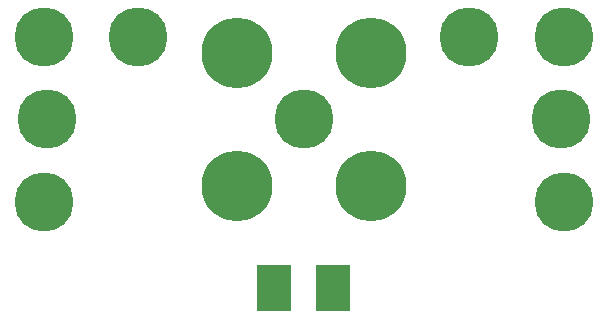
<source format=gts>
G04 #@! TF.GenerationSoftware,KiCad,Pcbnew,5.1.9+dfsg1-1*
G04 #@! TF.CreationDate,2023-03-08T14:36:01+09:00*
G04 #@! TF.ProjectId,top,746f702e-6b69-4636-9164-5f7063625858,rev?*
G04 #@! TF.SameCoordinates,Original*
G04 #@! TF.FileFunction,Soldermask,Top*
G04 #@! TF.FilePolarity,Negative*
%FSLAX46Y46*%
G04 Gerber Fmt 4.6, Leading zero omitted, Abs format (unit mm)*
G04 Created by KiCad (PCBNEW 5.1.9+dfsg1-1) date 2023-03-08 14:36:01*
%MOMM*%
%LPD*%
G01*
G04 APERTURE LIST*
%ADD10R,3.000000X4.000000*%
%ADD11C,5.000000*%
%ADD12C,6.000000*%
G04 APERTURE END LIST*
D10*
X172500000Y-124250000D03*
X177500000Y-124250000D03*
D11*
X153000000Y-117000000D03*
X197000000Y-117000000D03*
X153250000Y-110000000D03*
X197000000Y-103000000D03*
X196750000Y-110000000D03*
X153000000Y-103000000D03*
X161000000Y-103000000D03*
X189000000Y-103000000D03*
D12*
X169343146Y-104343146D03*
X180656854Y-104343146D03*
X180656854Y-115656854D03*
X169343146Y-115656854D03*
D11*
X175000000Y-110000000D03*
M02*

</source>
